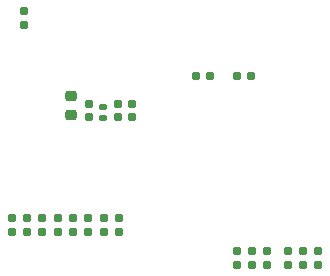
<source format=gbr>
%TF.GenerationSoftware,KiCad,Pcbnew,(6.0.8)*%
%TF.CreationDate,2023-03-18T00:57:18+01:00*%
%TF.ProjectId,WHEEL-07,57484545-4c2d-4303-972e-6b696361645f,rev?*%
%TF.SameCoordinates,Original*%
%TF.FileFunction,Paste,Bot*%
%TF.FilePolarity,Positive*%
%FSLAX46Y46*%
G04 Gerber Fmt 4.6, Leading zero omitted, Abs format (unit mm)*
G04 Created by KiCad (PCBNEW (6.0.8)) date 2023-03-18 00:57:18*
%MOMM*%
%LPD*%
G01*
G04 APERTURE LIST*
G04 Aperture macros list*
%AMRoundRect*
0 Rectangle with rounded corners*
0 $1 Rounding radius*
0 $2 $3 $4 $5 $6 $7 $8 $9 X,Y pos of 4 corners*
0 Add a 4 corners polygon primitive as box body*
4,1,4,$2,$3,$4,$5,$6,$7,$8,$9,$2,$3,0*
0 Add four circle primitives for the rounded corners*
1,1,$1+$1,$2,$3*
1,1,$1+$1,$4,$5*
1,1,$1+$1,$6,$7*
1,1,$1+$1,$8,$9*
0 Add four rect primitives between the rounded corners*
20,1,$1+$1,$2,$3,$4,$5,0*
20,1,$1+$1,$4,$5,$6,$7,0*
20,1,$1+$1,$6,$7,$8,$9,0*
20,1,$1+$1,$8,$9,$2,$3,0*%
G04 Aperture macros list end*
%ADD10RoundRect,0.225000X-0.250000X0.225000X-0.250000X-0.225000X0.250000X-0.225000X0.250000X0.225000X0*%
%ADD11RoundRect,0.155000X-0.155000X0.212500X-0.155000X-0.212500X0.155000X-0.212500X0.155000X0.212500X0*%
%ADD12RoundRect,0.155000X0.155000X-0.212500X0.155000X0.212500X-0.155000X0.212500X-0.155000X-0.212500X0*%
%ADD13RoundRect,0.160000X0.197500X0.160000X-0.197500X0.160000X-0.197500X-0.160000X0.197500X-0.160000X0*%
%ADD14RoundRect,0.160000X-0.160000X0.197500X-0.160000X-0.197500X0.160000X-0.197500X0.160000X0.197500X0*%
%ADD15RoundRect,0.160000X-0.197500X-0.160000X0.197500X-0.160000X0.197500X0.160000X-0.197500X0.160000X0*%
%ADD16RoundRect,0.160000X0.160000X-0.197500X0.160000X0.197500X-0.160000X0.197500X-0.160000X-0.197500X0*%
%ADD17RoundRect,0.147500X-0.172500X0.147500X-0.172500X-0.147500X0.172500X-0.147500X0.172500X0.147500X0*%
G04 APERTURE END LIST*
D10*
%TO.C,C33*%
X174650400Y-67842800D03*
X174650400Y-69392800D03*
%TD*%
D11*
%TO.C,C23*%
X188722000Y-80966500D03*
X188722000Y-82101500D03*
%TD*%
D12*
%TO.C,C27*%
X172219256Y-79307500D03*
X172219256Y-78172500D03*
%TD*%
D13*
%TO.C,R2*%
X189878300Y-66141600D03*
X188683300Y-66141600D03*
%TD*%
D12*
%TO.C,C32*%
X173518284Y-79307500D03*
X173518284Y-78172500D03*
%TD*%
%TO.C,C8*%
X178612800Y-69587300D03*
X178612800Y-68452300D03*
%TD*%
D14*
%TO.C,R13*%
X195580000Y-80936500D03*
X195580000Y-82131500D03*
%TD*%
D12*
%TO.C,C30*%
X177415368Y-79307500D03*
X177415368Y-78172500D03*
%TD*%
D14*
%TO.C,R15*%
X194310000Y-80936500D03*
X194310000Y-82131500D03*
%TD*%
D15*
%TO.C,R3*%
X185228900Y-66141600D03*
X186423900Y-66141600D03*
%TD*%
D12*
%TO.C,C26*%
X170920228Y-79307500D03*
X170920228Y-78172500D03*
%TD*%
%TO.C,C9*%
X176174400Y-69587300D03*
X176174400Y-68452300D03*
%TD*%
%TO.C,C28*%
X174817312Y-79307500D03*
X174817312Y-78172500D03*
%TD*%
%TO.C,C31*%
X178714400Y-79307500D03*
X178714400Y-78172500D03*
%TD*%
D11*
%TO.C,C7*%
X179832000Y-68461000D03*
X179832000Y-69596000D03*
%TD*%
D14*
%TO.C,R12*%
X191262000Y-80936500D03*
X191262000Y-82131500D03*
%TD*%
D16*
%TO.C,R1*%
X170688000Y-61811500D03*
X170688000Y-60616500D03*
%TD*%
D11*
%TO.C,C24*%
X193040000Y-80966500D03*
X193040000Y-82101500D03*
%TD*%
D12*
%TO.C,C29*%
X176116340Y-79307500D03*
X176116340Y-78172500D03*
%TD*%
%TO.C,C25*%
X169621200Y-79307500D03*
X169621200Y-78172500D03*
%TD*%
D17*
%TO.C,L1*%
X177393600Y-68704600D03*
X177393600Y-69674600D03*
%TD*%
D14*
%TO.C,R14*%
X189992000Y-80936500D03*
X189992000Y-82131500D03*
%TD*%
M02*

</source>
